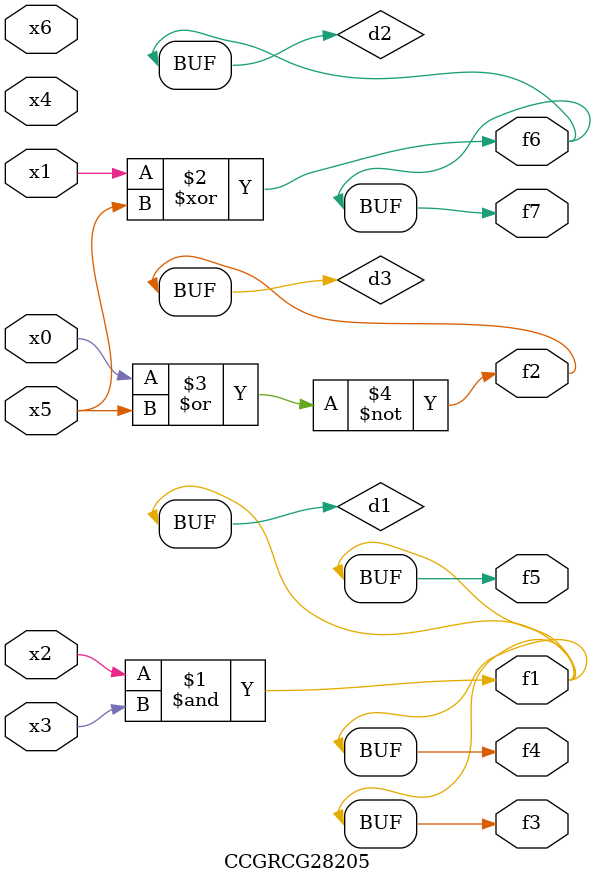
<source format=v>
module CCGRCG28205(
	input x0, x1, x2, x3, x4, x5, x6,
	output f1, f2, f3, f4, f5, f6, f7
);

	wire d1, d2, d3;

	and (d1, x2, x3);
	xor (d2, x1, x5);
	nor (d3, x0, x5);
	assign f1 = d1;
	assign f2 = d3;
	assign f3 = d1;
	assign f4 = d1;
	assign f5 = d1;
	assign f6 = d2;
	assign f7 = d2;
endmodule

</source>
